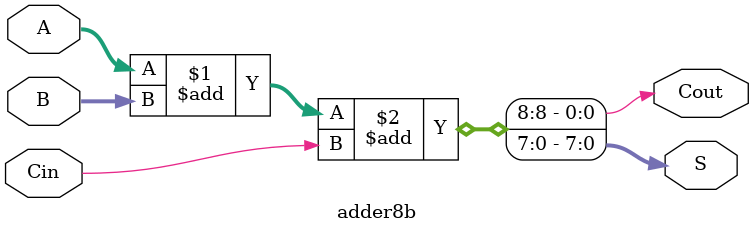
<source format=v>
module adder8b (
	input [7:0] A,
	input [7:0] B,
	input Cin,
	output [7:0] S,
	output Cout
);
	assign {Cout,S} = A + B + Cin;
endmodule

</source>
